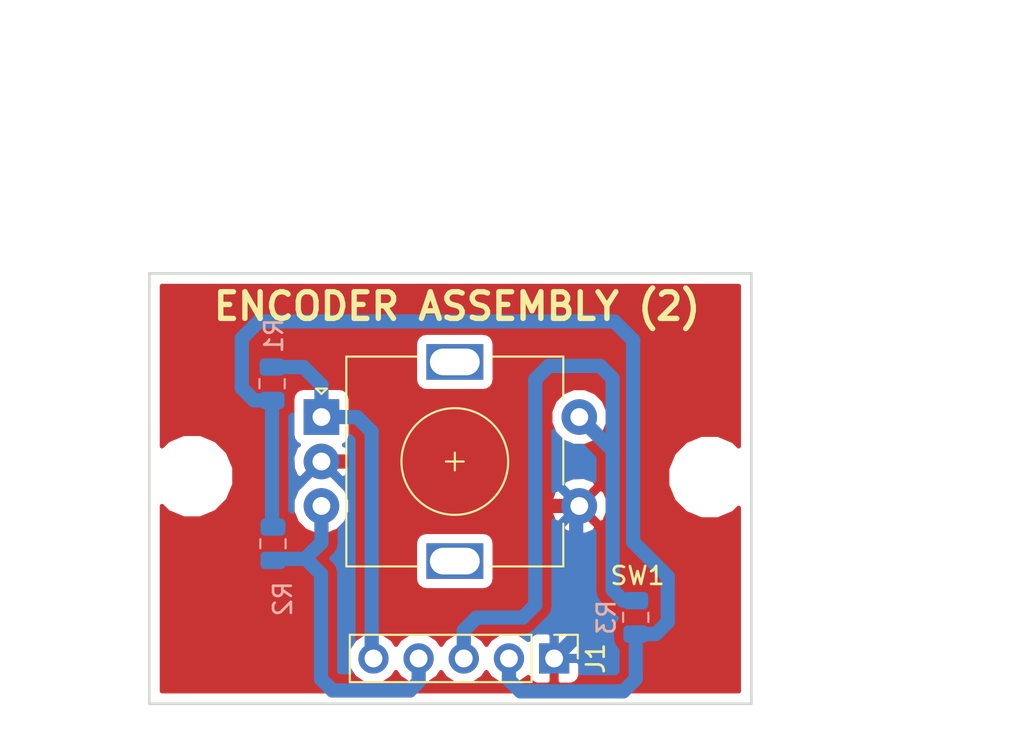
<source format=kicad_pcb>
(kicad_pcb (version 20171130) (host pcbnew "(5.0.0-3-g5ebb6b6)")

  (general
    (thickness 1.6)
    (drawings 8)
    (tracks 57)
    (zones 0)
    (modules 7)
    (nets 6)
  )

  (page A4)
  (layers
    (0 F.Cu signal)
    (31 B.Cu signal)
    (32 B.Adhes user)
    (33 F.Adhes user)
    (34 B.Paste user)
    (35 F.Paste user)
    (36 B.SilkS user)
    (37 F.SilkS user)
    (38 B.Mask user)
    (39 F.Mask user)
    (40 Dwgs.User user)
    (41 Cmts.User user)
    (42 Eco1.User user)
    (43 Eco2.User user)
    (44 Edge.Cuts user)
    (45 Margin user)
    (46 B.CrtYd user)
    (47 F.CrtYd user)
    (48 B.Fab user)
    (49 F.Fab user)
  )

  (setup
    (last_trace_width 0.25)
    (trace_clearance 0.2)
    (zone_clearance 0.508)
    (zone_45_only no)
    (trace_min 0.2)
    (segment_width 0.2)
    (edge_width 0.15)
    (via_size 0.8)
    (via_drill 0.4)
    (via_min_size 0.4)
    (via_min_drill 0.3)
    (uvia_size 0.3)
    (uvia_drill 0.1)
    (uvias_allowed no)
    (uvia_min_size 0.2)
    (uvia_min_drill 0.1)
    (pcb_text_width 0.3)
    (pcb_text_size 1.5 1.5)
    (mod_edge_width 0.15)
    (mod_text_size 1 1)
    (mod_text_width 0.15)
    (pad_size 1.524 1.524)
    (pad_drill 0.762)
    (pad_to_mask_clearance 0.2)
    (aux_axis_origin 0 0)
    (visible_elements FFFFFF7F)
    (pcbplotparams
      (layerselection 0x010c0_ffffffff)
      (usegerberextensions false)
      (usegerberattributes false)
      (usegerberadvancedattributes false)
      (creategerberjobfile false)
      (excludeedgelayer true)
      (linewidth 0.100000)
      (plotframeref false)
      (viasonmask false)
      (mode 1)
      (useauxorigin false)
      (hpglpennumber 1)
      (hpglpenspeed 20)
      (hpglpendiameter 15.000000)
      (psnegative false)
      (psa4output false)
      (plotreference true)
      (plotvalue true)
      (plotinvisibletext false)
      (padsonsilk false)
      (subtractmaskfromsilk false)
      (outputformat 1)
      (mirror false)
      (drillshape 0)
      (scaleselection 1)
      (outputdirectory "Gerber/"))
  )

  (net 0 "")
  (net 1 GND)
  (net 2 "Net-(J1-Pad3)")
  (net 3 "Net-(J1-Pad4)")
  (net 4 "Net-(J1-Pad5)")
  (net 5 +3V3)

  (net_class Default "This is the default net class."
    (clearance 0.2)
    (trace_width 0.25)
    (via_dia 0.8)
    (via_drill 0.4)
    (uvia_dia 0.3)
    (uvia_drill 0.1)
    (add_net +3V3)
    (add_net GND)
    (add_net "Net-(J1-Pad3)")
    (add_net "Net-(J1-Pad4)")
    (add_net "Net-(J1-Pad5)")
  )

  (module Connector_PinHeader_2.54mm:PinHeader_1x05_P2.54mm_Vertical (layer F.Cu) (tedit 5CC978A1) (tstamp 5CD588E9)
    (at 132.36 93.7 270)
    (descr "Through hole straight pin header, 1x05, 2.54mm pitch, single row")
    (tags "Through hole pin header THT 1x05 2.54mm single row")
    (path /5CC9786B)
    (fp_text reference J1 (at 0 -2.33 270) (layer F.SilkS)
      (effects (font (size 1 1) (thickness 0.15)))
    )
    (fp_text value Conn_01x05 (at 0 12.49 270) (layer F.Fab) hide
      (effects (font (size 1 1) (thickness 0.15)))
    )
    (fp_line (start -0.635 -1.27) (end 1.27 -1.27) (layer F.Fab) (width 0.1))
    (fp_line (start 1.27 -1.27) (end 1.27 11.43) (layer F.Fab) (width 0.1))
    (fp_line (start 1.27 11.43) (end -1.27 11.43) (layer F.Fab) (width 0.1))
    (fp_line (start -1.27 11.43) (end -1.27 -0.635) (layer F.Fab) (width 0.1))
    (fp_line (start -1.27 -0.635) (end -0.635 -1.27) (layer F.Fab) (width 0.1))
    (fp_line (start -1.33 11.49) (end 1.33 11.49) (layer F.SilkS) (width 0.12))
    (fp_line (start -1.33 1.27) (end -1.33 11.49) (layer F.SilkS) (width 0.12))
    (fp_line (start 1.33 1.27) (end 1.33 11.49) (layer F.SilkS) (width 0.12))
    (fp_line (start -1.33 1.27) (end 1.33 1.27) (layer F.SilkS) (width 0.12))
    (fp_line (start -1.33 0) (end -1.33 -1.33) (layer F.SilkS) (width 0.12))
    (fp_line (start -1.33 -1.33) (end 0 -1.33) (layer F.SilkS) (width 0.12))
    (fp_line (start -1.8 -1.8) (end -1.8 11.95) (layer F.CrtYd) (width 0.05))
    (fp_line (start -1.8 11.95) (end 1.8 11.95) (layer F.CrtYd) (width 0.05))
    (fp_line (start 1.8 11.95) (end 1.8 -1.8) (layer F.CrtYd) (width 0.05))
    (fp_line (start 1.8 -1.8) (end -1.8 -1.8) (layer F.CrtYd) (width 0.05))
    (fp_text user %R (at 0 5.08) (layer F.Fab)
      (effects (font (size 1 1) (thickness 0.15)))
    )
    (pad 1 thru_hole rect (at 0 0 270) (size 1.7 1.7) (drill 1) (layers *.Cu *.Mask)
      (net 1 GND))
    (pad 2 thru_hole oval (at 0 2.54 270) (size 1.7 1.7) (drill 1) (layers *.Cu *.Mask)
      (net 5 +3V3))
    (pad 3 thru_hole oval (at 0 5.08 270) (size 1.7 1.7) (drill 1) (layers *.Cu *.Mask)
      (net 2 "Net-(J1-Pad3)"))
    (pad 4 thru_hole oval (at 0 7.62 270) (size 1.7 1.7) (drill 1) (layers *.Cu *.Mask)
      (net 3 "Net-(J1-Pad4)"))
    (pad 5 thru_hole oval (at 0 10.16 270) (size 1.7 1.7) (drill 1) (layers *.Cu *.Mask)
      (net 4 "Net-(J1-Pad5)"))
    (model ${KISYS3DMOD}/Connector_PinHeader_2.54mm.3dshapes/PinHeader_1x05_P2.54mm_Vertical.wrl
      (at (xyz 0 0 0))
      (scale (xyz 1 1 1))
      (rotate (xyz 0 0 0))
    )
  )

  (module Resistor_SMD:R_0805_2012Metric (layer B.Cu) (tedit 5B36C52B) (tstamp 5CD588FA)
    (at 116.5 78.25 270)
    (descr "Resistor SMD 0805 (2012 Metric), square (rectangular) end terminal, IPC_7351 nominal, (Body size source: https://docs.google.com/spreadsheets/d/1BsfQQcO9C6DZCsRaXUlFlo91Tg2WpOkGARC1WS5S8t0/edit?usp=sharing), generated with kicad-footprint-generator")
    (tags resistor)
    (path /5CC96B63)
    (attr smd)
    (fp_text reference R1 (at -2.7 -0.1 270) (layer B.SilkS)
      (effects (font (size 1 1) (thickness 0.15)) (justify mirror))
    )
    (fp_text value R_Small (at 0 -1.65 270) (layer B.Fab)
      (effects (font (size 1 1) (thickness 0.15)) (justify mirror))
    )
    (fp_line (start -1 -0.6) (end -1 0.6) (layer B.Fab) (width 0.1))
    (fp_line (start -1 0.6) (end 1 0.6) (layer B.Fab) (width 0.1))
    (fp_line (start 1 0.6) (end 1 -0.6) (layer B.Fab) (width 0.1))
    (fp_line (start 1 -0.6) (end -1 -0.6) (layer B.Fab) (width 0.1))
    (fp_line (start -0.258578 0.71) (end 0.258578 0.71) (layer B.SilkS) (width 0.12))
    (fp_line (start -0.258578 -0.71) (end 0.258578 -0.71) (layer B.SilkS) (width 0.12))
    (fp_line (start -1.68 -0.95) (end -1.68 0.95) (layer B.CrtYd) (width 0.05))
    (fp_line (start -1.68 0.95) (end 1.68 0.95) (layer B.CrtYd) (width 0.05))
    (fp_line (start 1.68 0.95) (end 1.68 -0.95) (layer B.CrtYd) (width 0.05))
    (fp_line (start 1.68 -0.95) (end -1.68 -0.95) (layer B.CrtYd) (width 0.05))
    (fp_text user %R (at 0 0 270) (layer B.Fab)
      (effects (font (size 0.5 0.5) (thickness 0.08)) (justify mirror))
    )
    (pad 1 smd roundrect (at -0.9375 0 270) (size 0.975 1.4) (layers B.Cu B.Paste B.Mask) (roundrect_rratio 0.25)
      (net 4 "Net-(J1-Pad5)"))
    (pad 2 smd roundrect (at 0.9375 0 270) (size 0.975 1.4) (layers B.Cu B.Paste B.Mask) (roundrect_rratio 0.25)
      (net 5 +3V3))
    (model ${KISYS3DMOD}/Resistor_SMD.3dshapes/R_0805_2012Metric.wrl
      (at (xyz 0 0 0))
      (scale (xyz 1 1 1))
      (rotate (xyz 0 0 0))
    )
  )

  (module Resistor_SMD:R_0805_2012Metric (layer B.Cu) (tedit 5B36C52B) (tstamp 5CD5890B)
    (at 116.55 87.25 90)
    (descr "Resistor SMD 0805 (2012 Metric), square (rectangular) end terminal, IPC_7351 nominal, (Body size source: https://docs.google.com/spreadsheets/d/1BsfQQcO9C6DZCsRaXUlFlo91Tg2WpOkGARC1WS5S8t0/edit?usp=sharing), generated with kicad-footprint-generator")
    (tags resistor)
    (path /5CC96B93)
    (attr smd)
    (fp_text reference R2 (at -3.1 0.55 90) (layer B.SilkS)
      (effects (font (size 1 1) (thickness 0.15)) (justify mirror))
    )
    (fp_text value R_Small (at 0 -1.65 90) (layer B.Fab)
      (effects (font (size 1 1) (thickness 0.15)) (justify mirror))
    )
    (fp_text user %R (at 0 0 90) (layer B.Fab)
      (effects (font (size 0.5 0.5) (thickness 0.08)) (justify mirror))
    )
    (fp_line (start 1.68 -0.95) (end -1.68 -0.95) (layer B.CrtYd) (width 0.05))
    (fp_line (start 1.68 0.95) (end 1.68 -0.95) (layer B.CrtYd) (width 0.05))
    (fp_line (start -1.68 0.95) (end 1.68 0.95) (layer B.CrtYd) (width 0.05))
    (fp_line (start -1.68 -0.95) (end -1.68 0.95) (layer B.CrtYd) (width 0.05))
    (fp_line (start -0.258578 -0.71) (end 0.258578 -0.71) (layer B.SilkS) (width 0.12))
    (fp_line (start -0.258578 0.71) (end 0.258578 0.71) (layer B.SilkS) (width 0.12))
    (fp_line (start 1 -0.6) (end -1 -0.6) (layer B.Fab) (width 0.1))
    (fp_line (start 1 0.6) (end 1 -0.6) (layer B.Fab) (width 0.1))
    (fp_line (start -1 0.6) (end 1 0.6) (layer B.Fab) (width 0.1))
    (fp_line (start -1 -0.6) (end -1 0.6) (layer B.Fab) (width 0.1))
    (pad 2 smd roundrect (at 0.9375 0 90) (size 0.975 1.4) (layers B.Cu B.Paste B.Mask) (roundrect_rratio 0.25)
      (net 5 +3V3))
    (pad 1 smd roundrect (at -0.9375 0 90) (size 0.975 1.4) (layers B.Cu B.Paste B.Mask) (roundrect_rratio 0.25)
      (net 3 "Net-(J1-Pad4)"))
    (model ${KISYS3DMOD}/Resistor_SMD.3dshapes/R_0805_2012Metric.wrl
      (at (xyz 0 0 0))
      (scale (xyz 1 1 1))
      (rotate (xyz 0 0 0))
    )
  )

  (module Rotary_Encoder:RotaryEncoder_Alps_EC11E-Switch_Vertical_H20mm (layer F.Cu) (tedit 5CC9789C) (tstamp 5CD58931)
    (at 119.275001 80.125001)
    (descr "Alps rotary encoder, EC12E... with switch, vertical shaft, http://www.alps.com/prod/info/E/HTML/Encoder/Incremental/EC11/EC11E15204A3.html")
    (tags "rotary encoder")
    (path /5CC89D9C)
    (fp_text reference SW1 (at 17.774999 8.924999) (layer F.SilkS)
      (effects (font (size 1 1) (thickness 0.15)))
    )
    (fp_text value Rotary_Encoder_Switch (at 7.5 10.4) (layer F.Fab) hide
      (effects (font (size 1 1) (thickness 0.15)))
    )
    (fp_text user %R (at 11.1 6.3) (layer F.Fab)
      (effects (font (size 1 1) (thickness 0.15)))
    )
    (fp_line (start 7 2.5) (end 8 2.5) (layer F.SilkS) (width 0.12))
    (fp_line (start 7.5 2) (end 7.5 3) (layer F.SilkS) (width 0.12))
    (fp_line (start 13.6 6) (end 13.6 8.4) (layer F.SilkS) (width 0.12))
    (fp_line (start 13.6 1.2) (end 13.6 3.8) (layer F.SilkS) (width 0.12))
    (fp_line (start 13.6 -3.4) (end 13.6 -1) (layer F.SilkS) (width 0.12))
    (fp_line (start 4.5 2.5) (end 10.5 2.5) (layer F.Fab) (width 0.12))
    (fp_line (start 7.5 -0.5) (end 7.5 5.5) (layer F.Fab) (width 0.12))
    (fp_line (start 0.3 -1.6) (end 0 -1.3) (layer F.SilkS) (width 0.12))
    (fp_line (start -0.3 -1.6) (end 0.3 -1.6) (layer F.SilkS) (width 0.12))
    (fp_line (start 0 -1.3) (end -0.3 -1.6) (layer F.SilkS) (width 0.12))
    (fp_line (start 1.4 -3.4) (end 1.4 8.4) (layer F.SilkS) (width 0.12))
    (fp_line (start 5.5 -3.4) (end 1.4 -3.4) (layer F.SilkS) (width 0.12))
    (fp_line (start 5.5 8.4) (end 1.4 8.4) (layer F.SilkS) (width 0.12))
    (fp_line (start 13.6 8.4) (end 9.5 8.4) (layer F.SilkS) (width 0.12))
    (fp_line (start 9.5 -3.4) (end 13.6 -3.4) (layer F.SilkS) (width 0.12))
    (fp_line (start 1.5 -2.2) (end 2.5 -3.3) (layer F.Fab) (width 0.12))
    (fp_line (start 1.5 8.3) (end 1.5 -2.2) (layer F.Fab) (width 0.12))
    (fp_line (start 13.5 8.3) (end 1.5 8.3) (layer F.Fab) (width 0.12))
    (fp_line (start 13.5 -3.3) (end 13.5 8.3) (layer F.Fab) (width 0.12))
    (fp_line (start 2.5 -3.3) (end 13.5 -3.3) (layer F.Fab) (width 0.12))
    (fp_line (start -1.5 -4.6) (end 16 -4.6) (layer F.CrtYd) (width 0.05))
    (fp_line (start -1.5 -4.6) (end -1.5 9.6) (layer F.CrtYd) (width 0.05))
    (fp_line (start 16 9.6) (end 16 -4.6) (layer F.CrtYd) (width 0.05))
    (fp_line (start 16 9.6) (end -1.5 9.6) (layer F.CrtYd) (width 0.05))
    (fp_circle (center 7.5 2.5) (end 10.5 2.5) (layer F.SilkS) (width 0.12))
    (fp_circle (center 7.5 2.5) (end 10.5 2.5) (layer F.Fab) (width 0.12))
    (pad S1 thru_hole circle (at 14.5 5) (size 2 2) (drill 1) (layers *.Cu *.Mask)
      (net 1 GND))
    (pad S2 thru_hole circle (at 14.5 0) (size 2 2) (drill 1) (layers *.Cu *.Mask)
      (net 2 "Net-(J1-Pad3)"))
    (pad MP thru_hole rect (at 7.5 8.1) (size 3.2 2) (drill oval 2.8 1.5) (layers *.Cu *.Mask))
    (pad MP thru_hole rect (at 7.5 -3.1) (size 3.2 2) (drill oval 2.8 1.5) (layers *.Cu *.Mask))
    (pad B thru_hole circle (at 0 5) (size 2 2) (drill 1) (layers *.Cu *.Mask)
      (net 3 "Net-(J1-Pad4)"))
    (pad C thru_hole circle (at 0 2.5) (size 2 2) (drill 1) (layers *.Cu *.Mask)
      (net 1 GND))
    (pad A thru_hole rect (at 0 0) (size 2 2) (drill 1) (layers *.Cu *.Mask)
      (net 4 "Net-(J1-Pad5)"))
    (model ${KISYS3DMOD}/Rotary_Encoder.3dshapes/RotaryEncoder_Alps_EC11E-Switch_Vertical_H20mm.wrl
      (at (xyz 0 0 0))
      (scale (xyz 1 1 1))
      (rotate (xyz 0 0 0))
    )
  )

  (module MountingHole:MountingHole_3.5mm (layer F.Cu) (tedit 5CC97892) (tstamp 5CE14B3A)
    (at 112 83.45)
    (descr "Mounting Hole 3.5mm, no annular")
    (tags "mounting hole 3.5mm no annular")
    (attr virtual)
    (fp_text reference REF** (at 0 -4.5) (layer F.SilkS) hide
      (effects (font (size 1 1) (thickness 0.15)))
    )
    (fp_text value MountingHole_3.5mm (at 0 4.5) (layer F.Fab) hide
      (effects (font (size 1 1) (thickness 0.15)))
    )
    (fp_circle (center 0 0) (end 3.75 0) (layer F.CrtYd) (width 0.05))
    (fp_circle (center 0 0) (end 3.5 0) (layer Cmts.User) (width 0.15))
    (fp_text user %R (at 0.3 0) (layer F.Fab)
      (effects (font (size 1 1) (thickness 0.15)))
    )
    (pad 1 np_thru_hole circle (at 0 0) (size 3.5 3.5) (drill 3.5) (layers *.Cu *.Mask))
  )

  (module MountingHole:MountingHole_3.5mm (layer F.Cu) (tedit 5CC97897) (tstamp 5CE14AAA)
    (at 141.1 83.5)
    (descr "Mounting Hole 3.5mm, no annular")
    (tags "mounting hole 3.5mm no annular")
    (attr virtual)
    (fp_text reference REF** (at 0 -4.5) (layer F.SilkS) hide
      (effects (font (size 1 1) (thickness 0.15)))
    )
    (fp_text value MountingHole_3.5mm (at 0 4.5) (layer F.Fab) hide
      (effects (font (size 1 1) (thickness 0.15)))
    )
    (fp_circle (center 0 0) (end 3.75 0) (layer F.CrtYd) (width 0.05))
    (fp_circle (center 0 0) (end 3.5 0) (layer Cmts.User) (width 0.15))
    (fp_text user %R (at 0.3 0) (layer F.Fab)
      (effects (font (size 1 1) (thickness 0.15)))
    )
    (pad 1 np_thru_hole circle (at 0 0) (size 3.5 3.5) (drill 3.5) (layers *.Cu *.Mask))
  )

  (module Resistor_SMD:R_0805_2012Metric (layer B.Cu) (tedit 5B36C52B) (tstamp 5CE14F77)
    (at 136.95 91.3875 270)
    (descr "Resistor SMD 0805 (2012 Metric), square (rectangular) end terminal, IPC_7351 nominal, (Body size source: https://docs.google.com/spreadsheets/d/1BsfQQcO9C6DZCsRaXUlFlo91Tg2WpOkGARC1WS5S8t0/edit?usp=sharing), generated with kicad-footprint-generator")
    (tags resistor)
    (path /5CC9D724)
    (attr smd)
    (fp_text reference R3 (at 0 1.65 270) (layer B.SilkS)
      (effects (font (size 1 1) (thickness 0.15)) (justify mirror))
    )
    (fp_text value R_Small (at 0 -1.65 270) (layer B.Fab)
      (effects (font (size 1 1) (thickness 0.15)) (justify mirror))
    )
    (fp_line (start -1 -0.6) (end -1 0.6) (layer B.Fab) (width 0.1))
    (fp_line (start -1 0.6) (end 1 0.6) (layer B.Fab) (width 0.1))
    (fp_line (start 1 0.6) (end 1 -0.6) (layer B.Fab) (width 0.1))
    (fp_line (start 1 -0.6) (end -1 -0.6) (layer B.Fab) (width 0.1))
    (fp_line (start -0.258578 0.71) (end 0.258578 0.71) (layer B.SilkS) (width 0.12))
    (fp_line (start -0.258578 -0.71) (end 0.258578 -0.71) (layer B.SilkS) (width 0.12))
    (fp_line (start -1.68 -0.95) (end -1.68 0.95) (layer B.CrtYd) (width 0.05))
    (fp_line (start -1.68 0.95) (end 1.68 0.95) (layer B.CrtYd) (width 0.05))
    (fp_line (start 1.68 0.95) (end 1.68 -0.95) (layer B.CrtYd) (width 0.05))
    (fp_line (start 1.68 -0.95) (end -1.68 -0.95) (layer B.CrtYd) (width 0.05))
    (fp_text user %R (at 0 0 270) (layer B.Fab)
      (effects (font (size 0.5 0.5) (thickness 0.08)) (justify mirror))
    )
    (pad 1 smd roundrect (at -0.9375 0 270) (size 0.975 1.4) (layers B.Cu B.Paste B.Mask) (roundrect_rratio 0.25)
      (net 2 "Net-(J1-Pad3)"))
    (pad 2 smd roundrect (at 0.9375 0 270) (size 0.975 1.4) (layers B.Cu B.Paste B.Mask) (roundrect_rratio 0.25)
      (net 5 +3V3))
    (model ${KISYS3DMOD}/Resistor_SMD.3dshapes/R_0805_2012Metric.wrl
      (at (xyz 0 0 0))
      (scale (xyz 1 1 1))
      (rotate (xyz 0 0 0))
    )
  )

  (dimension 33.881243 (width 0.3) (layer Dwgs.User)
    (gr_text "33.881 mm" (at 126.56422 57.777521 359.9069823) (layer Dwgs.User)
      (effects (font (size 1.5 1.5) (thickness 0.3)))
    )
    (feature1 (pts (xy 143.481198 72.355005) (xy 143.502362 59.318601)))
    (feature2 (pts (xy 109.6 72.3) (xy 109.621164 59.263596)))
    (crossbar (pts (xy 109.620212 59.850016) (xy 143.50141 59.905021)))
    (arrow1a (pts (xy 143.50141 59.905021) (xy 142.373956 60.489612)))
    (arrow1b (pts (xy 143.50141 59.905021) (xy 142.37586 59.316772)))
    (arrow2a (pts (xy 109.620212 59.850016) (xy 110.745762 60.438265)))
    (arrow2b (pts (xy 109.620212 59.850016) (xy 110.747666 59.265425)))
  )
  (dimension 24.1 (width 0.3) (layer Dwgs.User)
    (gr_text "24.100 mm" (at 156.85 84.15 270) (layer Dwgs.User)
      (effects (font (size 1.5 1.5) (thickness 0.3)))
    )
    (feature1 (pts (xy 145.6 96.2) (xy 155.336421 96.2)))
    (feature2 (pts (xy 145.6 72.1) (xy 155.336421 72.1)))
    (crossbar (pts (xy 154.75 72.1) (xy 154.75 96.2)))
    (arrow1a (pts (xy 154.75 96.2) (xy 154.163579 95.073496)))
    (arrow1b (pts (xy 154.75 96.2) (xy 155.336421 95.073496)))
    (arrow2a (pts (xy 154.75 72.1) (xy 154.163579 73.226504)))
    (arrow2b (pts (xy 154.75 72.1) (xy 155.336421 73.226504)))
  )
  (gr_text "ENCODER ASSEMBLY (2)" (at 126.9 73.9) (layer F.SilkS)
    (effects (font (size 1.5 1.5) (thickness 0.3)))
  )
  (dimension 29.054778 (width 0.3) (layer Dwgs.User)
    (gr_text "29.055 mm" (at 126.622637 65.773493 359.9999093) (layer Dwgs.User)
      (effects (font (size 1.5 1.5) (thickness 0.3)))
    )
    (feature1 (pts (xy 141.15 82.55) (xy 141.150024 67.287095)))
    (feature2 (pts (xy 112.095222 82.549954) (xy 112.095246 67.287049)))
    (crossbar (pts (xy 112.095245 67.87347) (xy 141.150023 67.873516)))
    (arrow1a (pts (xy 141.150023 67.873516) (xy 140.023518 68.459935)))
    (arrow1b (pts (xy 141.150023 67.873516) (xy 140.02352 67.287093)))
    (arrow2a (pts (xy 112.095245 67.87347) (xy 113.221748 68.459893)))
    (arrow2b (pts (xy 112.095245 67.87347) (xy 113.22175 67.287051)))
  )
  (gr_line (start 143.45 72.05) (end 109.6 72.05) (layer Edge.Cuts) (width 0.15))
  (gr_line (start 143.45 96.25) (end 143.45 72.05) (layer Edge.Cuts) (width 0.15))
  (gr_line (start 109.6 96.25) (end 143.45 96.25) (layer Edge.Cuts) (width 0.15))
  (gr_line (start 109.6 72.05) (end 109.6 96.2) (layer Edge.Cuts) (width 0.15))

  (segment (start 119.275001 82.625001) (end 128.675001 82.625001) (width 0.8) (layer F.Cu) (net 1))
  (segment (start 131.175001 85.125001) (end 133.775001 85.125001) (width 0.8) (layer F.Cu) (net 1))
  (segment (start 128.675001 82.625001) (end 131.175001 85.125001) (width 0.8) (layer F.Cu) (net 1))
  (segment (start 133.6 92.46) (end 133.6 85.300002) (width 0.8) (layer B.Cu) (net 1))
  (segment (start 133.6 85.300002) (end 133.775001 85.125001) (width 0.8) (layer B.Cu) (net 1))
  (segment (start 132.36 93.7) (end 133.6 92.46) (width 0.8) (layer B.Cu) (net 1))
  (segment (start 133.775001 80.125001) (end 135.65 82) (width 0.8) (layer B.Cu) (net 2))
  (segment (start 128 91.4) (end 127.28 92.12) (width 0.8) (layer B.Cu) (net 2))
  (segment (start 130.6 91.4) (end 128 91.4) (width 0.8) (layer B.Cu) (net 2))
  (segment (start 131.3 90.7) (end 130.6 91.4) (width 0.8) (layer B.Cu) (net 2))
  (segment (start 131.3 78) (end 131.3 90.7) (width 0.8) (layer B.Cu) (net 2))
  (segment (start 134.95 77.25) (end 132.05 77.25) (width 0.8) (layer B.Cu) (net 2))
  (segment (start 135.65 77.95) (end 134.95 77.25) (width 0.8) (layer B.Cu) (net 2))
  (segment (start 132.05 77.25) (end 131.3 78) (width 0.8) (layer B.Cu) (net 2))
  (segment (start 127.28 92.12) (end 127.28 93.7) (width 0.8) (layer B.Cu) (net 2))
  (segment (start 135.65 82.25) (end 135.65 77.95) (width 0.8) (layer B.Cu) (net 2))
  (segment (start 136.25 90.45) (end 136.95 90.45) (width 0.25) (layer B.Cu) (net 2))
  (segment (start 135.65 89.85) (end 136.25 90.45) (width 0.8) (layer B.Cu) (net 2))
  (segment (start 135.65 82.25) (end 135.65 89.85) (width 0.8) (layer B.Cu) (net 2))
  (segment (start 116.6375 88.1) (end 116.55 88.1875) (width 0.8) (layer B.Cu) (net 3))
  (segment (start 118.35 88.1) (end 116.6375 88.1) (width 0.8) (layer B.Cu) (net 3))
  (segment (start 119.275001 87.174999) (end 118.35 88.1) (width 0.8) (layer B.Cu) (net 3))
  (segment (start 119.275001 85.125001) (end 119.275001 87.174999) (width 0.8) (layer B.Cu) (net 3))
  (segment (start 124.74 95.01) (end 124.74 93.7) (width 0.8) (layer B.Cu) (net 3))
  (segment (start 124.25 95.5) (end 124.74 95.01) (width 0.8) (layer B.Cu) (net 3))
  (segment (start 119.25 94.85) (end 119.9 95.5) (width 0.8) (layer B.Cu) (net 3))
  (segment (start 119.25 88.95) (end 119.25 94.85) (width 0.8) (layer B.Cu) (net 3))
  (segment (start 119.9 95.5) (end 124.25 95.5) (width 0.8) (layer B.Cu) (net 3))
  (segment (start 118.4 88.1) (end 119.25 88.95) (width 0.8) (layer B.Cu) (net 3))
  (segment (start 118.35 88.1) (end 118.4 88.1) (width 0.8) (layer B.Cu) (net 3))
  (segment (start 118.2625 77.3125) (end 116.5 77.3125) (width 0.8) (layer B.Cu) (net 4))
  (segment (start 119.275001 78.325001) (end 118.2625 77.3125) (width 0.8) (layer B.Cu) (net 4))
  (segment (start 119.275001 80.125001) (end 119.275001 78.325001) (width 0.8) (layer B.Cu) (net 4))
  (segment (start 122.1 80.95) (end 122.1 93.6) (width 0.8) (layer B.Cu) (net 4))
  (segment (start 121.275001 80.125001) (end 122.1 80.95) (width 0.8) (layer B.Cu) (net 4))
  (segment (start 122.1 93.6) (end 122.2 93.7) (width 0.8) (layer B.Cu) (net 4))
  (segment (start 119.275001 80.125001) (end 121.275001 80.125001) (width 0.8) (layer B.Cu) (net 4))
  (segment (start 116.5 86.2625) (end 116.55 86.3125) (width 0.8) (layer B.Cu) (net 5))
  (segment (start 116.5 79.1875) (end 116.5 86.2625) (width 0.8) (layer B.Cu) (net 5))
  (segment (start 129.82 93.7) (end 129.82 94.902081) (width 0.8) (layer B.Cu) (net 5))
  (segment (start 129.82 94.902081) (end 129.82 94.93) (width 0.8) (layer B.Cu) (net 5))
  (segment (start 115.4875 79.1875) (end 116.5 79.1875) (width 0.8) (layer B.Cu) (net 5))
  (segment (start 136.8 75.8) (end 135.75 74.75) (width 0.8) (layer B.Cu) (net 5))
  (segment (start 114.8 78.5) (end 115.4875 79.1875) (width 0.8) (layer B.Cu) (net 5))
  (segment (start 114.8 75.7) (end 114.8 78.5) (width 0.8) (layer B.Cu) (net 5))
  (segment (start 115.75 74.75) (end 114.8 75.7) (width 0.8) (layer B.Cu) (net 5))
  (segment (start 135.75 74.75) (end 115.75 74.75) (width 0.8) (layer B.Cu) (net 5))
  (segment (start 136.25 95.55) (end 136.95 94.85) (width 0.8) (layer B.Cu) (net 5))
  (segment (start 130.467919 95.55) (end 136.25 95.55) (width 0.8) (layer B.Cu) (net 5))
  (segment (start 129.82 94.902081) (end 130.467919 95.55) (width 0.8) (layer B.Cu) (net 5))
  (segment (start 136.95 92.9125) (end 136.95 94.85) (width 0.8) (layer B.Cu) (net 5))
  (segment (start 136.95 92.325) (end 136.95 92.9125) (width 0.25) (layer B.Cu) (net 5))
  (segment (start 138.075 92.325) (end 136.95 92.325) (width 0.8) (layer B.Cu) (net 5))
  (segment (start 138.75 91.65) (end 138.075 92.325) (width 0.8) (layer B.Cu) (net 5))
  (segment (start 138.75 89.1) (end 138.75 91.65) (width 0.8) (layer B.Cu) (net 5))
  (segment (start 136.8 87.15) (end 138.75 89.1) (width 0.8) (layer B.Cu) (net 5))
  (segment (start 136.8 75.8) (end 136.8 87.15) (width 0.8) (layer B.Cu) (net 5))

  (zone (net 1) (net_name GND) (layer B.Cu) (tstamp 5CE165F9) (hatch edge 0.508)
    (connect_pads (clearance 0.508))
    (min_thickness 0.254)
    (fill yes (arc_segments 16) (thermal_gap 0.508) (thermal_bridge_width 0.508))
    (polygon
      (pts
        (xy 102.2 71.25) (xy 146.95 71.35) (xy 147 98.1) (xy 102.3 98.15) (xy 102.25 97.2)
      )
    )
    (filled_polygon
      (pts
        (xy 132.388915 81.051154) (xy 132.848848 81.511087) (xy 133.449779 81.760001) (xy 133.946291 81.760001) (xy 134.615 82.428711)
        (xy 134.615 83.692884) (xy 134.03954 83.479093) (xy 133.389541 83.503145) (xy 132.900737 83.705614) (xy 132.802074 83.972469)
        (xy 133.775001 84.945396) (xy 133.789144 84.931254) (xy 133.968749 85.110859) (xy 133.954606 85.125001) (xy 133.968749 85.139144)
        (xy 133.789144 85.318749) (xy 133.775001 85.304606) (xy 132.802074 86.277533) (xy 132.900737 86.544388) (xy 133.510462 86.770909)
        (xy 134.160461 86.746857) (xy 134.615001 86.558581) (xy 134.615001 89.748061) (xy 134.594724 89.85) (xy 134.675052 90.253836)
        (xy 134.675053 90.253837) (xy 134.903808 90.596193) (xy 134.990225 90.653935) (xy 135.590224 91.253934) (xy 135.846163 91.424948)
        (xy 135.88973 91.433614) (xy 135.863584 91.451084) (xy 135.670398 91.740206) (xy 135.60256 92.08125) (xy 135.60256 92.56875)
        (xy 135.670398 92.909794) (xy 135.863584 93.198916) (xy 135.915 93.233271) (xy 135.915001 94.421289) (xy 135.82129 94.515)
        (xy 133.845 94.515) (xy 133.845 93.98575) (xy 133.68625 93.827) (xy 132.487 93.827) (xy 132.487 93.847)
        (xy 132.233 93.847) (xy 132.233 93.827) (xy 132.213 93.827) (xy 132.213 93.573) (xy 132.233 93.573)
        (xy 132.233 92.37375) (xy 132.487 92.37375) (xy 132.487 93.573) (xy 133.68625 93.573) (xy 133.845 93.41425)
        (xy 133.845 92.723691) (xy 133.748327 92.490302) (xy 133.569699 92.311673) (xy 133.33631 92.215) (xy 132.64575 92.215)
        (xy 132.487 92.37375) (xy 132.233 92.37375) (xy 132.07425 92.215) (xy 131.38369 92.215) (xy 131.150301 92.311673)
        (xy 130.971673 92.490302) (xy 130.905096 92.651033) (xy 130.890625 92.629375) (xy 130.62317 92.450667) (xy 130.701934 92.435)
        (xy 130.701935 92.435) (xy 131.003837 92.374948) (xy 131.346193 92.146193) (xy 131.403937 92.059773) (xy 131.959775 91.503935)
        (xy 132.046193 91.446193) (xy 132.274948 91.103837) (xy 132.335 90.801935) (xy 132.335 90.80193) (xy 132.355275 90.700001)
        (xy 132.335 90.598071) (xy 132.335 85.949498) (xy 132.355614 85.999265) (xy 132.622469 86.097928) (xy 133.595396 85.125001)
        (xy 132.622469 84.152074) (xy 132.355614 84.250737) (xy 132.335 84.306224) (xy 132.335 80.920992)
      )
    )
    (filled_polygon
      (pts
        (xy 117.627561 81.125001) (xy 117.676844 81.372766) (xy 117.817192 81.58281) (xy 117.992672 81.700063) (xy 117.855614 81.750737)
        (xy 117.629093 82.360462) (xy 117.653145 83.010461) (xy 117.855614 83.499265) (xy 118.122469 83.597928) (xy 119.095396 82.625001)
        (xy 119.081254 82.610859) (xy 119.260859 82.431254) (xy 119.275001 82.445396) (xy 119.289144 82.431254) (xy 119.468749 82.610859)
        (xy 119.454606 82.625001) (xy 120.427533 83.597928) (xy 120.694388 83.499265) (xy 120.920909 82.88954) (xy 120.896857 82.239541)
        (xy 120.694388 81.750737) (xy 120.55733 81.700063) (xy 120.73281 81.58281) (xy 120.873158 81.372766) (xy 120.904 81.217711)
        (xy 121.065 81.378711) (xy 121.065001 92.725718) (xy 120.801161 93.120582) (xy 120.685908 93.7) (xy 120.801161 94.279418)
        (xy 120.925163 94.465) (xy 120.32871 94.465) (xy 120.285 94.42129) (xy 120.285 89.051934) (xy 120.305276 88.95)
        (xy 120.224948 88.546163) (xy 120.154161 88.440223) (xy 119.996193 88.203807) (xy 119.909776 88.146065) (xy 119.838711 88.075)
        (xy 119.934777 87.978934) (xy 120.021194 87.921192) (xy 120.249949 87.578836) (xy 120.310001 87.276934) (xy 120.330277 87.174999)
        (xy 120.310001 87.073065) (xy 120.310001 86.40224) (xy 120.661087 86.051154) (xy 120.910001 85.450223) (xy 120.910001 84.799779)
        (xy 120.661087 84.198848) (xy 120.245726 83.783487) (xy 120.247928 83.777533) (xy 119.275001 82.804606) (xy 118.302074 83.777533)
        (xy 118.304276 83.783487) (xy 117.888915 84.198848) (xy 117.640001 84.799779) (xy 117.640001 85.443949) (xy 117.636416 85.438584)
        (xy 117.535 85.37082) (xy 117.535 80.095771) (xy 117.586416 80.061416) (xy 117.627561 79.999838)
      )
    )
  )
  (zone (net 1) (net_name GND) (layer F.Cu) (tstamp 5CE165F6) (hatch edge 0.508)
    (connect_pads (clearance 0.508))
    (min_thickness 0.254)
    (fill yes (arc_segments 16) (thermal_gap 0.508) (thermal_bridge_width 0.508))
    (polygon
      (pts
        (xy 101.2 70.25) (xy 101.25 99.15) (xy 148 99) (xy 148.05 70.25)
      )
    )
    (filled_polygon
      (pts
        (xy 142.740001 81.767102) (xy 142.450994 81.478095) (xy 141.574406 81.115) (xy 140.625594 81.115) (xy 139.749006 81.478095)
        (xy 139.078095 82.149006) (xy 138.715 83.025594) (xy 138.715 83.974406) (xy 139.078095 84.850994) (xy 139.749006 85.521905)
        (xy 140.625594 85.885) (xy 141.574406 85.885) (xy 142.450994 85.521905) (xy 142.74 85.232899) (xy 142.74 95.54)
        (xy 110.31 95.54) (xy 110.31 93.7) (xy 120.685908 93.7) (xy 120.801161 94.279418) (xy 121.129375 94.770625)
        (xy 121.620582 95.098839) (xy 122.053744 95.185) (xy 122.346256 95.185) (xy 122.779418 95.098839) (xy 123.270625 94.770625)
        (xy 123.47 94.472239) (xy 123.669375 94.770625) (xy 124.160582 95.098839) (xy 124.593744 95.185) (xy 124.886256 95.185)
        (xy 125.319418 95.098839) (xy 125.810625 94.770625) (xy 126.01 94.472239) (xy 126.209375 94.770625) (xy 126.700582 95.098839)
        (xy 127.133744 95.185) (xy 127.426256 95.185) (xy 127.859418 95.098839) (xy 128.350625 94.770625) (xy 128.55 94.472239)
        (xy 128.749375 94.770625) (xy 129.240582 95.098839) (xy 129.673744 95.185) (xy 129.966256 95.185) (xy 130.399418 95.098839)
        (xy 130.890625 94.770625) (xy 130.905096 94.748967) (xy 130.971673 94.909698) (xy 131.150301 95.088327) (xy 131.38369 95.185)
        (xy 132.07425 95.185) (xy 132.233 95.02625) (xy 132.233 93.827) (xy 132.487 93.827) (xy 132.487 95.02625)
        (xy 132.64575 95.185) (xy 133.33631 95.185) (xy 133.569699 95.088327) (xy 133.748327 94.909698) (xy 133.845 94.676309)
        (xy 133.845 93.98575) (xy 133.68625 93.827) (xy 132.487 93.827) (xy 132.233 93.827) (xy 132.213 93.827)
        (xy 132.213 93.573) (xy 132.233 93.573) (xy 132.233 92.37375) (xy 132.487 92.37375) (xy 132.487 93.573)
        (xy 133.68625 93.573) (xy 133.845 93.41425) (xy 133.845 92.723691) (xy 133.748327 92.490302) (xy 133.569699 92.311673)
        (xy 133.33631 92.215) (xy 132.64575 92.215) (xy 132.487 92.37375) (xy 132.233 92.37375) (xy 132.07425 92.215)
        (xy 131.38369 92.215) (xy 131.150301 92.311673) (xy 130.971673 92.490302) (xy 130.905096 92.651033) (xy 130.890625 92.629375)
        (xy 130.399418 92.301161) (xy 129.966256 92.215) (xy 129.673744 92.215) (xy 129.240582 92.301161) (xy 128.749375 92.629375)
        (xy 128.55 92.927761) (xy 128.350625 92.629375) (xy 127.859418 92.301161) (xy 127.426256 92.215) (xy 127.133744 92.215)
        (xy 126.700582 92.301161) (xy 126.209375 92.629375) (xy 126.01 92.927761) (xy 125.810625 92.629375) (xy 125.319418 92.301161)
        (xy 124.886256 92.215) (xy 124.593744 92.215) (xy 124.160582 92.301161) (xy 123.669375 92.629375) (xy 123.47 92.927761)
        (xy 123.270625 92.629375) (xy 122.779418 92.301161) (xy 122.346256 92.215) (xy 122.053744 92.215) (xy 121.620582 92.301161)
        (xy 121.129375 92.629375) (xy 120.801161 93.120582) (xy 120.685908 93.7) (xy 110.31 93.7) (xy 110.31 87.225001)
        (xy 124.527561 87.225001) (xy 124.527561 89.225001) (xy 124.576844 89.472766) (xy 124.717192 89.68281) (xy 124.927236 89.823158)
        (xy 125.175001 89.872441) (xy 128.375001 89.872441) (xy 128.622766 89.823158) (xy 128.83281 89.68281) (xy 128.973158 89.472766)
        (xy 129.022441 89.225001) (xy 129.022441 87.225001) (xy 128.973158 86.977236) (xy 128.83281 86.767192) (xy 128.622766 86.626844)
        (xy 128.375001 86.577561) (xy 125.175001 86.577561) (xy 124.927236 86.626844) (xy 124.717192 86.767192) (xy 124.576844 86.977236)
        (xy 124.527561 87.225001) (xy 110.31 87.225001) (xy 110.31 85.132899) (xy 110.649006 85.471905) (xy 111.525594 85.835)
        (xy 112.474406 85.835) (xy 113.350994 85.471905) (xy 114.021905 84.800994) (xy 114.022408 84.799779) (xy 117.640001 84.799779)
        (xy 117.640001 85.450223) (xy 117.888915 86.051154) (xy 118.348848 86.511087) (xy 118.949779 86.760001) (xy 119.600223 86.760001)
        (xy 120.201154 86.511087) (xy 120.434708 86.277533) (xy 132.802074 86.277533) (xy 132.900737 86.544388) (xy 133.510462 86.770909)
        (xy 134.160461 86.746857) (xy 134.649265 86.544388) (xy 134.747928 86.277533) (xy 133.775001 85.304606) (xy 132.802074 86.277533)
        (xy 120.434708 86.277533) (xy 120.661087 86.051154) (xy 120.910001 85.450223) (xy 120.910001 84.860462) (xy 132.129093 84.860462)
        (xy 132.153145 85.510461) (xy 132.355614 85.999265) (xy 132.622469 86.097928) (xy 133.595396 85.125001) (xy 133.954606 85.125001)
        (xy 134.927533 86.097928) (xy 135.194388 85.999265) (xy 135.420909 85.38954) (xy 135.396857 84.739541) (xy 135.194388 84.250737)
        (xy 134.927533 84.152074) (xy 133.954606 85.125001) (xy 133.595396 85.125001) (xy 132.622469 84.152074) (xy 132.355614 84.250737)
        (xy 132.129093 84.860462) (xy 120.910001 84.860462) (xy 120.910001 84.799779) (xy 120.661087 84.198848) (xy 120.434708 83.972469)
        (xy 132.802074 83.972469) (xy 133.775001 84.945396) (xy 134.747928 83.972469) (xy 134.649265 83.705614) (xy 134.03954 83.479093)
        (xy 133.389541 83.503145) (xy 132.900737 83.705614) (xy 132.802074 83.972469) (xy 120.434708 83.972469) (xy 120.245726 83.783487)
        (xy 120.247928 83.777533) (xy 119.275001 82.804606) (xy 118.302074 83.777533) (xy 118.304276 83.783487) (xy 117.888915 84.198848)
        (xy 117.640001 84.799779) (xy 114.022408 84.799779) (xy 114.385 83.924406) (xy 114.385 82.975594) (xy 114.021905 82.099006)
        (xy 113.350994 81.428095) (xy 112.474406 81.065) (xy 111.525594 81.065) (xy 110.649006 81.428095) (xy 110.31 81.767101)
        (xy 110.31 79.125001) (xy 117.627561 79.125001) (xy 117.627561 81.125001) (xy 117.676844 81.372766) (xy 117.817192 81.58281)
        (xy 117.992672 81.700063) (xy 117.855614 81.750737) (xy 117.629093 82.360462) (xy 117.653145 83.010461) (xy 117.855614 83.499265)
        (xy 118.122469 83.597928) (xy 119.095396 82.625001) (xy 119.081254 82.610859) (xy 119.260859 82.431254) (xy 119.275001 82.445396)
        (xy 119.289144 82.431254) (xy 119.468749 82.610859) (xy 119.454606 82.625001) (xy 120.427533 83.597928) (xy 120.694388 83.499265)
        (xy 120.920909 82.88954) (xy 120.896857 82.239541) (xy 120.694388 81.750737) (xy 120.55733 81.700063) (xy 120.73281 81.58281)
        (xy 120.873158 81.372766) (xy 120.922441 81.125001) (xy 120.922441 79.799779) (xy 132.140001 79.799779) (xy 132.140001 80.450223)
        (xy 132.388915 81.051154) (xy 132.848848 81.511087) (xy 133.449779 81.760001) (xy 134.100223 81.760001) (xy 134.701154 81.511087)
        (xy 135.161087 81.051154) (xy 135.410001 80.450223) (xy 135.410001 79.799779) (xy 135.161087 79.198848) (xy 134.701154 78.738915)
        (xy 134.100223 78.490001) (xy 133.449779 78.490001) (xy 132.848848 78.738915) (xy 132.388915 79.198848) (xy 132.140001 79.799779)
        (xy 120.922441 79.799779) (xy 120.922441 79.125001) (xy 120.873158 78.877236) (xy 120.73281 78.667192) (xy 120.522766 78.526844)
        (xy 120.275001 78.477561) (xy 118.275001 78.477561) (xy 118.027236 78.526844) (xy 117.817192 78.667192) (xy 117.676844 78.877236)
        (xy 117.627561 79.125001) (xy 110.31 79.125001) (xy 110.31 76.025001) (xy 124.527561 76.025001) (xy 124.527561 78.025001)
        (xy 124.576844 78.272766) (xy 124.717192 78.48281) (xy 124.927236 78.623158) (xy 125.175001 78.672441) (xy 128.375001 78.672441)
        (xy 128.622766 78.623158) (xy 128.83281 78.48281) (xy 128.973158 78.272766) (xy 129.022441 78.025001) (xy 129.022441 76.025001)
        (xy 128.973158 75.777236) (xy 128.83281 75.567192) (xy 128.622766 75.426844) (xy 128.375001 75.377561) (xy 125.175001 75.377561)
        (xy 124.927236 75.426844) (xy 124.717192 75.567192) (xy 124.576844 75.777236) (xy 124.527561 76.025001) (xy 110.31 76.025001)
        (xy 110.31 72.76) (xy 142.740001 72.76)
      )
    )
  )
)

</source>
